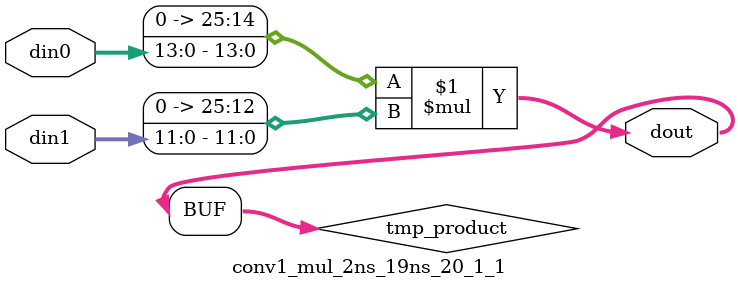
<source format=v>

`timescale 1 ns / 1 ps

 module conv1_mul_2ns_19ns_20_1_1(din0, din1, dout);
parameter ID = 1;
parameter NUM_STAGE = 0;
parameter din0_WIDTH = 14;
parameter din1_WIDTH = 12;
parameter dout_WIDTH = 26;

input [din0_WIDTH - 1 : 0] din0; 
input [din1_WIDTH - 1 : 0] din1; 
output [dout_WIDTH - 1 : 0] dout;

wire signed [dout_WIDTH - 1 : 0] tmp_product;
























assign tmp_product = $signed({1'b0, din0}) * $signed({1'b0, din1});











assign dout = tmp_product;





















endmodule

</source>
